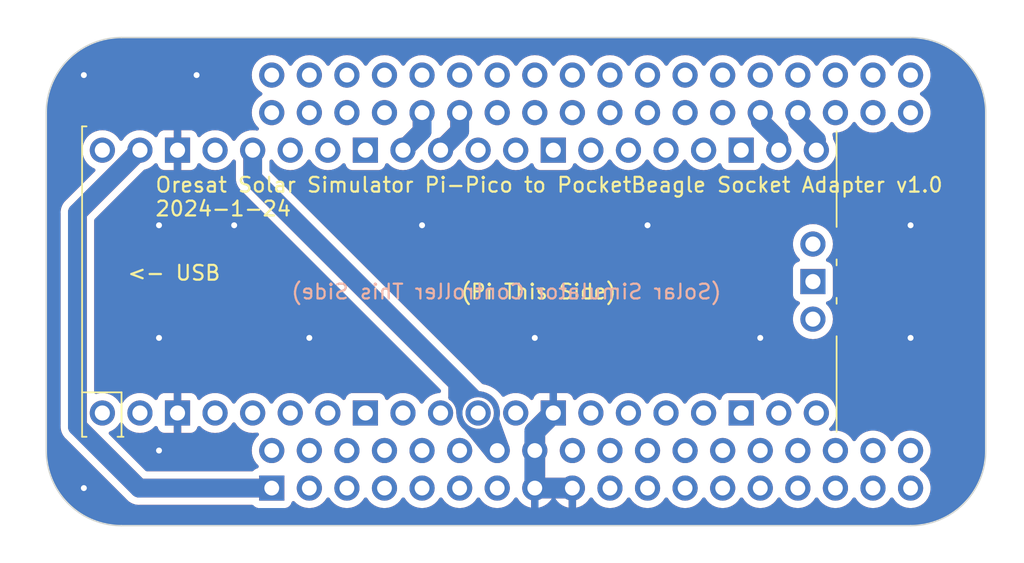
<source format=kicad_pcb>
(kicad_pcb (version 20221018) (generator pcbnew)
  (layers (0 "F.Cu" signal) (31 "B.Cu" signal) (34 "B.Paste" user) (35 "F.Paste" user) (36 "B.SilkS" user "B.Silkscreen") (37 "F.SilkS" user "F.Silkscreen") (38 "B.Mask" user) (39 "F.Mask" user) (44 "Edge.Cuts" user))
  (net 0 "")
  (net 91 "GND")
  (net 92 "DAC_RDY{slash}~{BSY}")
  (net 93 "DAC_~{LDAC}")
  (net 94 "SDA1")
  (net 95 "SCL1")
  (net 96 "+3.3V")
  (net 97 "+5V")
  (footprint "oresat-misc:RPi_Pico_TH" (layer "F.Cu") (at 121.92 57.15 90)
    (fp_text reference "U1" hide)
    (fp_text value "RPi_Pico")
    (fp_text user "<- USB" (at 0 -22.52773 unlocked) (layer "F.SilkS") (effects (justify left bottom)))
    (fp_line (start -10.5 -25.52) (end -10.5 -25.22) (stroke (width 0.12)) (layer "F.SilkS"))
    (fp_line (start -10.5 -25.52) (end 10.5 -25.52) (stroke (width 0.12)) (layer "F.SilkS"))
    (fp_line (start -10.5 -23.12) (end -10.5 -22.72) (stroke (width 0.12)) (layer "F.SilkS"))
    (fp_line (start -10.5 -22.853) (end -7.493 -22.853) (stroke (width 0.12)) (layer "F.SilkS"))
    (fp_line (start -7.493 -22.853) (end -7.493 -25.52) (stroke (width 0.12)) (layer "F.SilkS"))
    (fp_line (start -3.7 25.48) (end -10.16 25.48) (stroke (width 0.12)) (layer "F.SilkS"))
    (fp_line (start -1.5 25.48) (end -1.1 25.48) (stroke (width 0.12)) (layer "F.SilkS"))
    (fp_line (start 1.1 25.48) (end 1.5 25.48) (stroke (width 0.12)) (layer "F.SilkS"))
    (fp_line (start 10.16 25.48) (end 3.7 25.48) (stroke (width 0.12)) (layer "F.SilkS"))
    (fp_line (start 10.5 -25.52) (end 10.5 -25.22) (stroke (width 0.12)) (layer "F.SilkS"))
    (pad "1" thru_hole oval (at -8.89 -24.15 90) (size 1.7 1.7) (drill 1.02) (layers "*.Cu" "*.Mask"))
    (pad "2" thru_hole oval (at -8.89 -21.61 90) (size 1.7 1.7) (drill 1.02) (layers "*.Cu" "*.Mask"))
    (pad "3" thru_hole rect (at -8.89 -19.07 90) (size 1.7 1.7) (drill 1.02) (layers "*.Cu" "*.Mask") (net 91 "GND"))
    (pad "4" thru_hole oval (at -8.89 -16.53 90) (size 1.7 1.7) (drill 1.02) (layers "*.Cu" "*.Mask"))
    (pad "5" thru_hole oval (at -8.89 -13.99 90) (size 1.7 1.7) (drill 1.02) (layers "*.Cu" "*.Mask"))
    (pad "6" thru_hole oval (at -8.89 -11.45 90) (size 1.7 1.7) (drill 1.02) (layers "*.Cu" "*.Mask"))
    (pad "7" thru_hole oval (at -8.89 -8.91 90) (size 1.7 1.7) (drill 1.02) (layers "*.Cu" "*.Mask"))
    (pad "8" thru_hole rect (at -8.89 -6.37 90) (size 1.7 1.7) (drill 1.02) (layers "*.Cu" "*.Mask"))
    (pad "9" thru_hole oval (at -8.89 -3.83 90) (size 1.7 1.7) (drill 1.02) (layers "*.Cu" "*.Mask"))
    (pad "10" thru_hole oval (at -8.89 -1.29 90) (size 1.7 1.7) (drill 1.02) (layers "*.Cu" "*.Mask"))
    (pad "11" thru_hole oval (at -8.89 1.25 90) (size 1.7 1.7) (drill 1.02) (layers "*.Cu" "*.Mask"))
    (pad "12" thru_hole oval (at -8.89 3.79 90) (size 1.7 1.7) (drill 1.02) (layers "*.Cu" "*.Mask"))
    (pad "13" thru_hole rect (at -8.89 6.33 90) (size 1.7 1.7) (drill 1.02) (layers "*.Cu" "*.Mask") (net 91 "GND"))
    (pad "14" thru_hole oval (at -8.89 8.87 90) (size 1.7 1.7) (drill 1.02) (layers "*.Cu" "*.Mask"))
    (pad "15" thru_hole oval (at -8.89 11.41 90) (size 1.7 1.7) (drill 1.02) (layers "*.Cu" "*.Mask"))
    (pad "16" thru_hole oval (at -8.89 13.95 90) (size 1.7 1.7) (drill 1.02) (layers "*.Cu" "*.Mask"))
    (pad "17" thru_hole oval (at -8.89 16.49 90) (size 1.7 1.7) (drill 1.02) (layers "*.Cu" "*.Mask"))
    (pad "18" thru_hole rect (at -8.89 19.03 90) (size 1.7 1.7) (drill 1.02) (layers "*.Cu" "*.Mask"))
    (pad "19" thru_hole oval (at -8.89 21.57 90) (size 1.7 1.7) (drill 1.02) (layers "*.Cu" "*.Mask"))
    (pad "20" thru_hole oval (at -8.89 24.11 90) (size 1.7 1.7) (drill 1.02) (layers "*.Cu" "*.Mask"))
    (pad "21" thru_hole oval (at 8.89 24.11 90) (size 1.7 1.7) (drill 1.02) (layers "*.Cu" "*.Mask") (net 92 "DAC_RDY{slash}~{BSY}"))
    (pad "22" thru_hole oval (at 8.89 21.57 90) (size 1.7 1.7) (drill 1.02) (layers "*.Cu" "*.Mask") (net 93 "DAC_~{LDAC}"))
    (pad "23" thru_hole rect (at 8.89 19.03 90) (size 1.7 1.7) (drill 1.02) (layers "*.Cu" "*.Mask"))
    (pad "24" thru_hole oval (at 8.89 16.49 90) (size 1.7 1.7) (drill 1.02) (layers "*.Cu" "*.Mask"))
    (pad "25" thru_hole oval (at 8.89 13.95 90) (size 1.7 1.7) (drill 1.02) (layers "*.Cu" "*.Mask"))
    (pad "26" thru_hole oval (at 8.89 11.41 90) (size 1.7 1.7) (drill 1.02) (layers "*.Cu" "*.Mask"))
    (pad "27" thru_hole oval (at 8.89 8.87 90) (size 1.7 1.7) (drill 1.02) (layers "*.Cu" "*.Mask"))
    (pad "28" thru_hole rect (at 8.89 6.33 90) (size 1.7 1.7) (drill 1.02) (layers "*.Cu" "*.Mask"))
    (pad "29" thru_hole oval (at 8.89 3.79 90) (size 1.7 1.7) (drill 1.02) (layers "*.Cu" "*.Mask"))
    (pad "30" thru_hole oval (at 8.89 1.25 90) (size 1.7 1.7) (drill 1.02) (layers "*.Cu" "*.Mask"))
    (pad "31" thru_hole oval (at 8.89 -1.29 90) (size 1.7 1.7) (drill 1.02) (layers "*.Cu" "*.Mask") (net 94 "SDA1"))
    (pad "32" thru_hole oval (at 8.89 -3.83 90) (size 1.7 1.7) (drill 1.02) (layers "*.Cu" "*.Mask") (net 95 "SCL1"))
    (pad "33" thru_hole rect (at 8.89 -6.37 90) (size 1.7 1.7) (drill 1.02) (layers "*.Cu" "*.Mask"))
    (pad "34" thru_hole oval (at 8.89 -8.91 90) (size 1.7 1.7) (drill 1.02) (layers "*.Cu" "*.Mask"))
    (pad "35" thru_hole oval (at 8.89 -11.45 90) (size 1.7 1.7) (drill 1.02) (layers "*.Cu" "*.Mask"))
    (pad "36" thru_hole oval (at 8.89 -13.99 90) (size 1.7 1.7) (drill 1.02) (layers "*.Cu" "*.Mask") (net 96 "+3.3V"))
    (pad "37" thru_hole oval (at 8.89 -16.53 90) (size 1.7 1.7) (drill 1.02) (layers "*.Cu" "*.Mask"))
    (pad "38" thru_hole rect (at 8.89 -19.07 90) (size 1.7 1.7) (drill 1.02) (layers "*.Cu" "*.Mask") (net 91 "GND"))
    (pad "39" thru_hole oval (at 8.89 -21.61 90) (size 1.7 1.7) (drill 1.02) (layers "*.Cu" "*.Mask") (net 97 "+5V"))
    (pad "40" thru_hole oval (at 8.89 -24.15 90) (size 1.7 1.7) (drill 1.02) (layers "*.Cu" "*.Mask"))
    (pad "41" thru_hole oval (at -2.54 23.88 90) (size 1.7 1.7) (drill 1.02) (layers "*.Cu" "*.Mask"))
    (pad "42" thru_hole rect (at 0 23.88 90) (size 1.7 1.7) (drill 1.02) (layers "*.Cu" "*.Mask"))
    (pad "43" thru_hole oval (at 2.54 23.88 90) (size 1.7 1.7) (drill 1.02) (layers "*.Cu" "*.Mask"))
  )
  (footprint "Module:BeagleBoard_PocketBeagle" (layer "F.Cu") (at 109.22 71.12 90)
    (fp_text reference "U2" hide)
    (fp_text value "PocketBeagle")
    (pad "1" thru_hole rect (at 0 0 90) (size 1.7 1.7) (drill 1) (layers "*.Cu" "*.Mask") (net 97 "+5V"))
    (pad "2" thru_hole oval (at 2.54 0 90) (size 1.7 1.7) (drill 1) (layers "*.Cu" "*.Mask"))
    (pad "3" thru_hole oval (at 0 2.54 90) (size 1.7 1.7) (drill 1) (layers "*.Cu" "*.Mask"))
    (pad "4" thru_hole oval (at 2.54 2.54 90) (size 1.7 1.7) (drill 1) (layers "*.Cu" "*.Mask"))
    (pad "5" thru_hole oval (at 0 5.08 90) (size 1.7 1.7) (drill 1) (layers "*.Cu" "*.Mask"))
    (pad "6" thru_hole oval (at 2.54 5.08 90) (size 1.7 1.7) (drill 1) (layers "*.Cu" "*.Mask"))
    (pad "7" thru_hole oval (at 0 7.62 90) (size 1.7 1.7) (drill 1) (layers "*.Cu" "*.Mask"))
    (pad "8" thru_hole oval (at 2.54 7.62 90) (size 1.7 1.7) (drill 1) (layers "*.Cu" "*.Mask"))
    (pad "9" thru_hole oval (at 0 10.16 90) (size 1.7 1.7) (drill 1) (layers "*.Cu" "*.Mask"))
    (pad "10" thru_hole oval (at 2.54 10.16 90) (size 1.7 1.7) (drill 1) (layers "*.Cu" "*.Mask"))
    (pad "11" thru_hole oval (at 0 12.7 90) (size 1.7 1.7) (drill 1) (layers "*.Cu" "*.Mask"))
    (pad "12" thru_hole oval (at 2.54 12.7 90) (size 1.7 1.7) (drill 1) (layers "*.Cu" "*.Mask"))
    (pad "13" thru_hole oval (at 0 15.24 90) (size 1.7 1.7) (drill 1) (layers "*.Cu" "*.Mask"))
    (pad "14" thru_hole oval (at 2.54 15.24 90) (size 1.7 1.7) (drill 1) (layers "*.Cu" "*.Mask") (net 96 "+3.3V"))
    (pad "15" thru_hole oval (at 0 17.78 90) (size 1.7 1.7) (drill 1) (layers "*.Cu" "*.Mask") (net 91 "GND"))
    (pad "16" thru_hole oval (at 2.54 17.78 90) (size 1.7 1.7) (drill 1) (layers "*.Cu" "*.Mask") (net 91 "GND"))
    (pad "17" thru_hole oval (at 0 20.32 90) (size 1.7 1.7) (drill 1) (layers "*.Cu" "*.Mask") (net 91 "GND"))
    (pad "18" thru_hole oval (at 2.54 20.32 90) (size 1.7 1.7) (drill 1) (layers "*.Cu" "*.Mask"))
    (pad "19" thru_hole oval (at 0 22.86 90) (size 1.7 1.7) (drill 1) (layers "*.Cu" "*.Mask"))
    (pad "20" thru_hole oval (at 2.54 22.86 90) (size 1.7 1.7) (drill 1) (layers "*.Cu" "*.Mask"))
    (pad "21" thru_hole oval (at 0 25.4 90) (size 1.7 1.7) (drill 1) (layers "*.Cu" "*.Mask"))
    (pad "22" thru_hole oval (at 2.54 25.4 90) (size 1.7 1.7) (drill 1) (layers "*.Cu" "*.Mask") (net 91 "GND"))
    (pad "23" thru_hole oval (at 0 27.94 90) (size 1.7 1.7) (drill 1) (layers "*.Cu" "*.Mask"))
    (pad "24" thru_hole oval (at 2.54 27.94 90) (size 1.7 1.7) (drill 1) (layers "*.Cu" "*.Mask"))
    (pad "25" thru_hole oval (at 0 30.48 90) (size 1.7 1.7) (drill 1) (layers "*.Cu" "*.Mask"))
    (pad "26" thru_hole oval (at 2.54 30.48 90) (size 1.7 1.7) (drill 1) (layers "*.Cu" "*.Mask"))
    (pad "27" thru_hole oval (at 0 33.02 90) (size 1.7 1.7) (drill 1) (layers "*.Cu" "*.Mask"))
    (pad "28" thru_hole oval (at 2.54 33.02 90) (size 1.7 1.7) (drill 1) (layers "*.Cu" "*.Mask"))
    (pad "29" thru_hole oval (at 0 35.56 90) (size 1.7 1.7) (drill 1) (layers "*.Cu" "*.Mask"))
    (pad "30" thru_hole oval (at 2.54 35.56 90) (size 1.7 1.7) (drill 1) (layers "*.Cu" "*.Mask"))
    (pad "31" thru_hole oval (at 0 38.1 90) (size 1.7 1.7) (drill 1) (layers "*.Cu" "*.Mask"))
    (pad "32" thru_hole oval (at 2.54 38.1 90) (size 1.7 1.7) (drill 1) (layers "*.Cu" "*.Mask"))
    (pad "33" thru_hole oval (at 0 40.64 90) (size 1.7 1.7) (drill 1) (layers "*.Cu" "*.Mask"))
    (pad "34" thru_hole oval (at 2.54 40.64 90) (size 1.7 1.7) (drill 1) (layers "*.Cu" "*.Mask"))
    (pad "35" thru_hole oval (at 0 43.18 90) (size 1.7 1.7) (drill 1) (layers "*.Cu" "*.Mask"))
    (pad "36" thru_hole oval (at 2.54 43.18 90) (size 1.7 1.7) (drill 1) (layers "*.Cu" "*.Mask"))
    (pad "37" thru_hole circle (at 25.4 0 90) (size 1.7 1.7) (drill 1) (layers "*.Cu" "*.Mask"))
    (pad "38" thru_hole oval (at 27.94 0 90) (size 1.7 1.7) (drill 1) (layers "*.Cu" "*.Mask"))
    (pad "39" thru_hole oval (at 25.4 2.54 90) (size 1.7 1.7) (drill 1) (layers "*.Cu" "*.Mask"))
    (pad "40" thru_hole oval (at 27.94 2.54 90) (size 1.7 1.7) (drill 1) (layers "*.Cu" "*.Mask"))
    (pad "41" thru_hole oval (at 25.4 5.08 90) (size 1.7 1.7) (drill 1) (layers "*.Cu" "*.Mask"))
    (pad "42" thru_hole oval (at 27.94 5.08 90) (size 1.7 1.7) (drill 1) (layers "*.Cu" "*.Mask"))
    (pad "43" thru_hole oval (at 25.4 7.62 90) (size 1.7 1.7) (drill 1) (layers "*.Cu" "*.Mask"))
    (pad "44" thru_hole oval (at 27.94 7.62 90) (size 1.7 1.7) (drill 1) (layers "*.Cu" "*.Mask"))
    (pad "45" thru_hole oval (at 25.4 10.16 90) (size 1.7 1.7) (drill 1) (layers "*.Cu" "*.Mask") (net 95 "SCL1"))
    (pad "46" thru_hole oval (at 27.94 10.16 90) (size 1.7 1.7) (drill 1) (layers "*.Cu" "*.Mask"))
    (pad "47" thru_hole oval (at 25.4 12.7 90) (size 1.7 1.7) (drill 1) (layers "*.Cu" "*.Mask") (net 94 "SDA1"))
    (pad "48" thru_hole oval (at 27.94 12.7 90) (size 1.7 1.7) (drill 1) (layers "*.Cu" "*.Mask"))
    (pad "49" thru_hole oval (at 25.4 15.24 90) (size 1.7 1.7) (drill 1) (layers "*.Cu" "*.Mask"))
    (pad "50" thru_hole oval (at 27.94 15.24 90) (size 1.7 1.7) (drill 1) (layers "*.Cu" "*.Mask"))
    (pad "51" thru_hole oval (at 25.4 17.78 90) (size 1.7 1.7) (drill 1) (layers "*.Cu" "*.Mask") (net 91 "GND"))
    (pad "52" thru_hole oval (at 27.94 17.78 90) (size 1.7 1.7) (drill 1) (layers "*.Cu" "*.Mask"))
    (pad "53" thru_hole oval (at 25.4 20.32 90) (size 1.7 1.7) (drill 1) (layers "*.Cu" "*.Mask"))
    (pad "54" thru_hole oval (at 27.94 20.32 90) (size 1.7 1.7) (drill 1) (layers "*.Cu" "*.Mask"))
    (pad "55" thru_hole oval (at 25.4 22.86 90) (size 1.7 1.7) (drill 1) (layers "*.Cu" "*.Mask"))
    (pad "56" thru_hole oval (at 27.94 22.86 90) (size 1.7 1.7) (drill 1) (layers "*.Cu" "*.Mask"))
    (pad "57" thru_hole oval (at 25.4 25.4 90) (size 1.7 1.7) (drill 1) (layers "*.Cu" "*.Mask") (net 91 "GND"))
    (pad "58" thru_hole oval (at 27.94 25.4 90) (size 1.7 1.7) (drill 1) (layers "*.Cu" "*.Mask"))
    (pad "59" thru_hole oval (at 25.4 27.94 90) (size 1.7 1.7) (drill 1) (layers "*.Cu" "*.Mask"))
    (pad "60" thru_hole oval (at 27.94 27.94 90) (size 1.7 1.7) (drill 1) (layers "*.Cu" "*.Mask"))
    (pad "61" thru_hole oval (at 25.4 30.48 90) (size 1.7 1.7) (drill 1) (layers "*.Cu" "*.Mask"))
    (pad "62" thru_hole oval (at 27.94 30.48 90) (size 1.7 1.7) (drill 1) (layers "*.Cu" "*.Mask"))
    (pad "63" thru_hole oval (at 25.4 33.02 90) (size 1.7 1.7) (drill 1) (layers "*.Cu" "*.Mask") (net 93 "DAC_~{LDAC}"))
    (pad "64" thru_hole oval (at 27.94 33.02 90) (size 1.7 1.7) (drill 1) (layers "*.Cu" "*.Mask"))
    (pad "65" thru_hole oval (at 25.4 35.56 90) (size 1.7 1.7) (drill 1) (layers "*.Cu" "*.Mask") (net 92 "DAC_RDY{slash}~{BSY}"))
    (pad "66" thru_hole oval (at 27.94 35.56 90) (size 1.7 1.7) (drill 1) (layers "*.Cu" "*.Mask"))
    (pad "67" thru_hole oval (at 25.4 38.1 90) (size 1.7 1.7) (drill 1) (layers "*.Cu" "*.Mask"))
    (pad "68" thru_hole oval (at 27.94 38.1 90) (size 1.7 1.7) (drill 1) (layers "*.Cu" "*.Mask"))
    (pad "69" thru_hole oval (at 25.4 40.64 90) (size 1.7 1.7) (drill 1) (layers "*.Cu" "*.Mask"))
    (pad "70" thru_hole oval (at 27.94 40.64 90) (size 1.7 1.7) (drill 1) (layers "*.Cu" "*.Mask"))
    (pad "71" thru_hole oval (at 25.4 43.18 90) (size 1.7 1.7) (drill 1) (layers "*.Cu" "*.Mask"))
    (pad "72" thru_hole oval (at 27.94 43.18 90) (size 1.7 1.7) (drill 1) (layers "*.Cu" "*.Mask"))
  )
  (gr_poly (pts (xy 122.347458 67.146476) (xy 122.83598 67.329673) (xy 123.455358 67.3951) (xy 123.983137 67.20318) (xy 124.433829 66.303133) (xy 125.166614 68.329923) (xy 123.89878 69.080155)) (stroke (width 0.2)) (fill solid) (layer "F.Cu"))
  (gr_rect (start 121.360441 64.99374) (end 121.736803 63.5) (stroke (width 0.4064)) (fill none) (layer "F.Cu"))
  (gr_arc (start 121.360441 64.99374) (mid 121.757167 65.451403) (end 121.9 66.04) (stroke (width 0.4064)) (layer "F.Cu"))
  (gr_poly (pts (xy 121.9 66.04) (xy 121.799808 63.273186) (xy 123.203342 64.67672) (xy 123.517393 64.725185) (xy 123.885724 64.901596) (xy 123.17 64.77) (xy 122.120643 65.078977)) (stroke (width 0.2)) (fill solid) (layer "F.Cu"))
  (gr_circle (center 123.17 66.04) (end 123.17 64.77) (stroke (width 0.4064)) (fill none) (layer "F.Cu"))
  (gr_arc (start 121.360827 64.99374) (mid 121.757553 65.451403) (end 121.900386 66.04) (stroke (width 0.4064)) (layer "B.Cu"))
  (gr_rect (start 121.360827 64.99374) (end 121.737189 63.5) (stroke (width 0.4064)) (fill none) (layer "B.Cu"))
  (gr_poly (pts (xy 122.347844 67.146476) (xy 122.836366 67.329673) (xy 123.455744 67.3951) (xy 123.983523 67.20318) (xy 124.434215 66.303133) (xy 125.167 68.329923) (xy 123.899166 69.080155)) (stroke (width 0.2)) (fill solid) (layer "B.Cu"))
  (gr_circle (center 123.170386 66.04) (end 123.170386 64.77) (stroke (width 0.4064)) (fill none) (layer "B.Cu"))
  (gr_poly (pts (xy 121.900386 66.04) (xy 121.800194 63.273186) (xy 123.203728 64.67672) (xy 123.517779 64.725185) (xy 123.88611 64.901596) (xy 123.170386 64.77) (xy 122.121029 65.078977)) (stroke (width 0.2)) (fill solid) (layer "B.Cu"))
  (gr_arc (start 157.48 68.58) (mid 155.992102 72.172102) (end 152.4 73.66) (stroke (width 0.1)) (layer "Edge.Cuts"))
  (gr_line (start 152.4 73.66) (end 99.06 73.66) (stroke (width 0.1)) (layer "Edge.Cuts"))
  (gr_line (start 157.48 45.72) (end 157.48 68.58) (stroke (width 0.1)) (layer "Edge.Cuts"))
  (gr_line (start 99.06 40.64) (end 152.4 40.64) (stroke (width 0.1)) (layer "Edge.Cuts"))
  (gr_line (start 93.98 68.58) (end 93.98 45.72) (stroke (width 0.1)) (layer "Edge.Cuts"))
  (gr_arc (start 93.98 45.72) (mid 95.467898 42.127898) (end 99.06 40.64) (stroke (width 0.1)) (layer "Edge.Cuts"))
  (gr_arc (start 99.06 73.66) (mid 95.467898 72.172102) (end 93.98 68.58) (stroke (width 0.1)) (layer "Edge.Cuts"))
  (gr_arc (start 152.4 40.64) (mid 155.992102 42.127898) (end 157.48 45.72) (stroke (width 0.1)) (layer "Edge.Cuts"))
  (gr_text "(Solar Simulator Controller This Side)" (at 139.7 58.42) (layer "B.SilkS") (effects (font (size 1 1)) (justify left bottom mirror)))
  (gr_text "(Pi This Side)" (at 121.92 58.42) (layer "F.SilkS") (effects (font (size 1 1)) (justify left bottom)))
  (gr_text "Oresat Solar Simulator Pi-Pico to PocketBeagle Socket Adapter v1.0\n2024-1-24" (at 101.273207 52.80377) (layer "F.SilkS") (effects (font (size 1 1)) (justify left bottom)))
  (segment (start 129.54 71.12) (end 127 71.12) (width 1.397) (layer "F.Cu") (net 91))
  (segment (start 127 68.58) (end 127 67.29) (width 1.397) (layer "F.Cu") (net 91))
  (segment (start 127 67.29) (end 128.25 66.04) (width 1.397) (layer "F.Cu") (net 91))
  (segment (start 127 71.12) (end 127 68.58) (width 1.397) (layer "F.Cu") (net 91))
  (via (at 101.6 68.58) (size 0.8) (drill 0.4) (layers "F.Cu" "B.Cu") (net 91))
  (via (at 119.38 53.34) (size 0.8) (drill 0.4) (layers "F.Cu" "B.Cu") (net 91))
  (via (at 127 60.96) (size 0.8) (drill 0.4) (layers "F.Cu" "B.Cu") (net 91))
  (via (at 101.6 60.96) (size 0.8) (drill 0.4) (layers "F.Cu" "B.Cu") (net 91))
  (via (at 104.14 43.18) (size 0.8) (drill 0.4) (layers "F.Cu" "B.Cu") (net 91))
  (via (at 152.4 60.96) (size 0.8) (drill 0.4) (layers "F.Cu" "B.Cu") (net 91))
  (via (at 96.52 71.12) (size 0.8) (drill 0.4) (layers "F.Cu" "B.Cu") (net 91))
  (via (at 96.52 43.18) (size 0.8) (drill 0.4) (layers "F.Cu" "B.Cu") (net 91))
  (via (at 111.76 60.96) (size 0.8) (drill 0.4) (layers "F.Cu" "B.Cu") (net 91))
  (via (at 101.6 53.34) (size 0.8) (drill 0.4) (layers "F.Cu" "B.Cu") (net 91))
  (via (at 106.68 53.34) (size 0.8) (drill 0.4) (layers "F.Cu" "B.Cu") (net 91))
  (via (at 142.24 60.96) (size 0.8) (drill 0.4) (layers "F.Cu" "B.Cu") (net 91))
  (via (at 152.4 53.34) (size 0.8) (drill 0.4) (layers "F.Cu" "B.Cu") (net 91))
  (via (at 134.62 53.34) (size 0.8) (drill 0.4) (layers "F.Cu" "B.Cu") (net 91))
  (segment (start 127 67.29) (end 128.25 66.04) (width 1.397) (layer "B.Cu") (net 91))
  (segment (start 127 71.12) (end 127 68.58) (width 1.397) (layer "B.Cu") (net 91))
  (segment (start 127 68.58) (end 127 67.29) (width 1.397) (layer "B.Cu") (net 91))
  (segment (start 129.54 71.12) (end 127 71.12) (width 1.397) (layer "B.Cu") (net 91))
  (segment (start 144.78 46.310271) (end 144.78 45.72) (width 1.27) (layer "F.Cu") (net 92))
  (segment (start 146.03 48.26) (end 146.03 47.560271) (width 1.27) (layer "F.Cu") (net 92))
  (segment (start 146.03 47.560271) (end 144.78 46.310271) (width 1.27) (layer "F.Cu") (net 92))
  (segment (start 146.032325 47.563693) (end 144.782325 46.313693) (width 1.27) (layer "B.Cu") (net 92))
  (segment (start 144.782325 46.313693) (end 144.782325 45.723422) (width 1.27) (layer "B.Cu") (net 92))
  (segment (start 146.032325 48.263422) (end 146.032325 47.563693) (width 1.27) (layer "B.Cu") (net 92))
  (segment (start 143.49 47.539218) (end 142.24 46.289218) (width 1.27) (layer "F.Cu") (net 93))
  (segment (start 143.49 48.26) (end 143.49 47.595) (width 0.889) (layer "F.Cu") (net 93))
  (segment (start 142.24 46.289218) (end 142.24 45.72) (width 1.27) (layer "F.Cu") (net 93))
  (segment (start 143.49 48.26) (end 143.49 47.539218) (width 1.27) (layer "F.Cu") (net 93))
  (segment (start 143.492325 47.54264) (end 142.242325 46.29264) (width 1.27) (layer "B.Cu") (net 93))
  (segment (start 143.492325 48.263422) (end 143.492325 47.598422) (width 1.27) (layer "B.Cu") (net 93))
  (segment (start 142.242325 46.29264) (end 142.242325 45.723422) (width 1.27) (layer "B.Cu") (net 93))
  (segment (start 121.92 46.97) (end 121.92 45.72) (width 1.27) (layer "F.Cu") (net 94))
  (segment (start 121.92 45.72) (end 122.291701 45.72) (width 0.25) (layer "F.Cu") (net 94))
  (segment (start 120.63 48.26) (end 121.92 46.97) (width 1.27) (layer "F.Cu") (net 94))
  (segment (start 121.92 45.72) (end 122.291701 45.72) (width 0.25) (layer "B.Cu") (net 94))
  (segment (start 120.632325 48.263422) (end 121.922325 46.973422) (width 1.27) (layer "B.Cu") (net 94))
  (segment (start 121.922325 46.973422) (end 121.922325 45.723422) (width 1.27) (layer "B.Cu") (net 94))
  (segment (start 121.92 45.72) (end 122.384332 45.72) (width 0.381) (layer "B.Cu") (net 94))
  (segment (start 118.09 48.26) (end 119.38 46.97) (width 1.27) (layer "F.Cu") (net 95))
  (segment (start 119.38 46.97) (end 119.38 45.72) (width 1.27) (layer "F.Cu") (net 95))
  (segment (start 118.092325 48.263422) (end 119.382325 46.973422) (width 1.27) (layer "B.Cu") (net 95))
  (segment (start 119.382325 46.973422) (end 119.382325 45.723422) (width 1.27) (layer "B.Cu") (net 95))
  (segment (start 121.92 64.145) (end 121.275 63.5) (width 1.27) (layer "F.Cu") (net 96))
  (segment (start 121.275 63.5) (end 107.93 50.155) (width 1.27) (layer "F.Cu") (net 96))
  (segment (start 124.46 68.58) (end 124.048299 68.58) (width 0.25) (layer "F.Cu") (net 96))
  (segment (start 107.93 50.155) (end 107.93 48.26) (width 1.27) (layer "F.Cu") (net 96))
  (segment (start 107.930386 50.155) (end 107.930386 48.26) (width 1.27) (layer "B.Cu") (net 96))
  (segment (start 121.275386 63.5) (end 107.930386 50.155) (width 1.27) (layer "B.Cu") (net 96))
  (segment (start 121.920386 64.145) (end 121.275386 63.5) (width 1.27) (layer "B.Cu") (net 96))
  (segment (start 96.085 66.950163) (end 96.085 52.485) (width 1.27) (layer "F.Cu") (net 97))
  (segment (start 109.22 71.12) (end 100.254837 71.12) (width 1.27) (layer "F.Cu") (net 97))
  (segment (start 96.085 52.485) (end 100.31 48.26) (width 1.27) (layer "F.Cu") (net 97))
  (segment (start 100.254837 71.12) (end 96.085 66.950163) (width 1.27) (layer "F.Cu") (net 97))
  (segment (start 96.082573 66.950163) (end 96.082573 52.485) (width 1.27) (layer "B.Cu") (net 97))
  (segment (start 96.082573 52.485) (end 100.307573 48.26) (width 1.27) (layer "B.Cu") (net 97))
  (segment (start 100.25241 71.12) (end 96.082573 66.950163) (width 1.27) (layer "B.Cu") (net 97))
  (segment (start 109.217573 71.12) (end 100.25241 71.12) (width 1.27) (layer "B.Cu") (net 97))
  (zone (net 0) (net_name "") (layer "F.Cu") (connect_pads (clearance 0)) (min_thickness 0.25)
    (keepout (tracks allowed) (vias allowed) (pads allowed) (copperpour not_allowed) (footprints allowed))
    (fill (thermal_gap 0.5) (thermal_bridge_width 0.5) (island_removal_mode 2) (island_area_min 10))
    (polygon (pts (xy 114.3 68.58) (xy 114.3 66.04) (xy 116.84 66.04) (xy 116.84 68.58)))
  )
  (zone (net 91) (net_name "GND") (layer "F.Cu") (connect_pads (clearance 0.5)) (min_thickness 0.25) (fill yes (thermal_gap 0.5) (thermal_bridge_width 0.5) (island_removal_mode 2) (island_area_min 10))
    (polygon (pts (xy 91.44 76.2) (xy 91.44 38.1) (xy 160.02 38.1) (xy 160.02 76.2)))
  )
  (zone (net 0) (net_name "") (layer "F.Cu") (connect_pads (clearance 0)) (min_thickness 0.25)
    (keepout (tracks allowed) (vias allowed) (pads allowed) (copperpour not_allowed) (footprints allowed))
    (fill (thermal_gap 0.5) (thermal_bridge_width 0.5) (island_removal_mode 2) (island_area_min 10))
    (polygon (pts (xy 137.16 43.18) (xy 132.08 43.18) (xy 132.08 48.26) (xy 137.16 48.26)))
  )
  (zone (net 0) (net_name "") (layer "F.Cu") (connect_pads (clearance 0)) (min_thickness 0.25)
    (keepout (tracks allowed) (vias allowed) (pads allowed) (copperpour not_allowed) (footprints allowed))
    (fill (thermal_gap 0.5) (thermal_bridge_width 0.5) (island_removal_mode 2) (island_area_min 10))
    (polygon (pts (xy 132.08 66.04) (xy 137.16 66.04) (xy 137.16 71.12) (xy 132.08 71.12)))
  )
  (zone (net 0) (net_name "") (layer "F.Cu") (connect_pads (clearance 0)) (min_thickness 0.25)
    (keepout (tracks allowed) (vias allowed) (pads allowed) (copperpour not_allowed) (footprints allowed))
    (fill (thermal_gap 0.5) (thermal_bridge_width 0.5) (island_removal_mode 2) (island_area_min 10))
    (polygon (pts (xy 124.44 66.04) (xy 124.46 71.12) (xy 129.54 71.12) (xy 129.54 66.04)))
  )
  (zone (net 91) (net_name "GND") (layer "B.Cu") (priority 1) (connect_pads (clearance 0.5)) (min_thickness 0.25) (fill yes (thermal_gap 0.5) (thermal_bridge_width 0.5) (island_removal_mode 2) (island_area_min 10))
    (polygon (pts (xy 91.44 76.2) (xy 91.44 38.1) (xy 160.02 38.1) (xy 160.02 76.2)))
  )
  (zone (net 0) (net_name "") (layer "B.Cu") (connect_pads (clearance 0)) (min_thickness 0.25)
    (keepout (tracks allowed) (vias allowed) (pads allowed) (copperpour not_allowed) (footprints allowed))
    (fill (thermal_gap 0.5) (thermal_bridge_width 0.5) (island_removal_mode 2) (island_area_min 10))
    (polygon (pts (xy 124.46 71.12) (xy 124.440386 66.04) (xy 129.54 66.04) (xy 129.54 71.12)))
  )
  (zone (net 0) (net_name "") (layer "B.Cu") (connect_pads (clearance 0)) (min_thickness 0.25)
    (keepout (tracks allowed) (vias allowed) (pads allowed) (copperpour not_allowed) (footprints allowed))
    (fill (thermal_gap 0.5) (thermal_bridge_width 0.5) (island_removal_mode 2) (island_area_min 10))
    (polygon (pts (xy 114.3 68.58) (xy 114.3 66.04) (xy 116.84 66.04) (xy 116.84 68.58)))
  )
  (zone (net 0) (net_name "") (layer "B.Cu") (connect_pads (clearance 0)) (min_thickness 0.25)
    (keepout (tracks allowed) (vias allowed) (pads allowed) (copperpour not_allowed) (footprints allowed))
    (fill (thermal_gap 0.5) (thermal_bridge_width 0.5) (island_removal_mode 2) (island_area_min 10))
    (polygon (pts (xy 132.08 66.04) (xy 137.16 66.04) (xy 137.16 71.12) (xy 132.08 71.12)))
  )
  (zone (net 0) (net_name "") (layer "B.Cu") (connect_pads (clearance 0)) (min_thickness 0.25)
    (keepout (tracks allowed) (vias allowed) (pads allowed) (copperpour not_allowed) (footprints allowed))
    (fill (thermal_gap 0.5) (thermal_bridge_width 0.5) (island_removal_mode 2) (island_area_min 10))
    (polygon (pts (xy 137.16 43.18) (xy 132.08 43.18) (xy 132.08 48.26) (xy 137.16 48.26)))
  )
)
</source>
